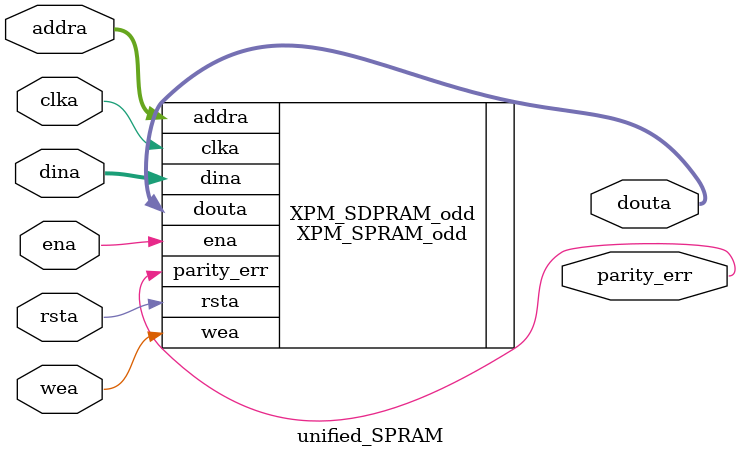
<source format=v>
`include "CBB_define.v"
 
module unified_SPRAM #(
        parameter MEMORY_PRIMITIVE = "auto",   //"auto","block","distributed","ultra"
        parameter MEMORY_INIT_FILE = "none",      // String
        parameter BYTE_WRITE_EN = 0,      // DECIMAL
        parameter ADDR_WIDTH_A = 4,
        parameter READ_LATENCY_A = 1,
        parameter WRITE_DATA_WIDTH_A = 32,        // DECIMAL
        parameter READ_DATA_WIDTH_A  = 32
	)
(
      rsta     ,   clka     ,
      wea     ,  ena       ,addra     , dina      , douta      ,   parity_err  //at rd_clk
    );   
       
    
    //////////////////////////////////////////////
    
        localparam WE_WIDTH_A   = BYTE_WRITE_EN ? WRITE_DATA_WIDTH_A/8 : 1;
        
        input                            rsta     ; 
        input                            clka     ;
        input  [WE_WIDTH_A-1:0]          wea     ;
        input                            ena       ;
        input  [ADDR_WIDTH_A-1:0]        addra     ;
        input  [WRITE_DATA_WIDTH_A-1:0]  dina      ;
        output [READ_DATA_WIDTH_A-1:0]     douta      ;
        output                             parity_err ; //at rd_clk

`ifdef ASIC

`elsif INTEL

`else

XPM_SPRAM_odd  #(
        .MEMORY_PRIMITIVE(MEMORY_PRIMITIVE),   //"auto","block","distributed","ultra"
        .MEMORY_INIT_FILE(MEMORY_INIT_FILE),      // String
        .BYTE_WRITE_EN(BYTE_WRITE_EN),
        .ADDR_WIDTH_A(ADDR_WIDTH_A),
        .READ_LATENCY_A(READ_LATENCY_A),
        .WRITE_DATA_WIDTH_A(WRITE_DATA_WIDTH_A),        // DECIMAL
        .READ_DATA_WIDTH_A(READ_DATA_WIDTH_A)
	)XPM_SDPRAM_odd(
      .rsta     (rsta), 
      .clka     (clka),
      .wea      (wea),
      .ena      (ena),
      .addra    (addra),
      .dina     (dina),
      .douta         (douta),
      .parity_err    (parity_err)//at rd_clk
);   
      
`endif

endmodule
</source>
